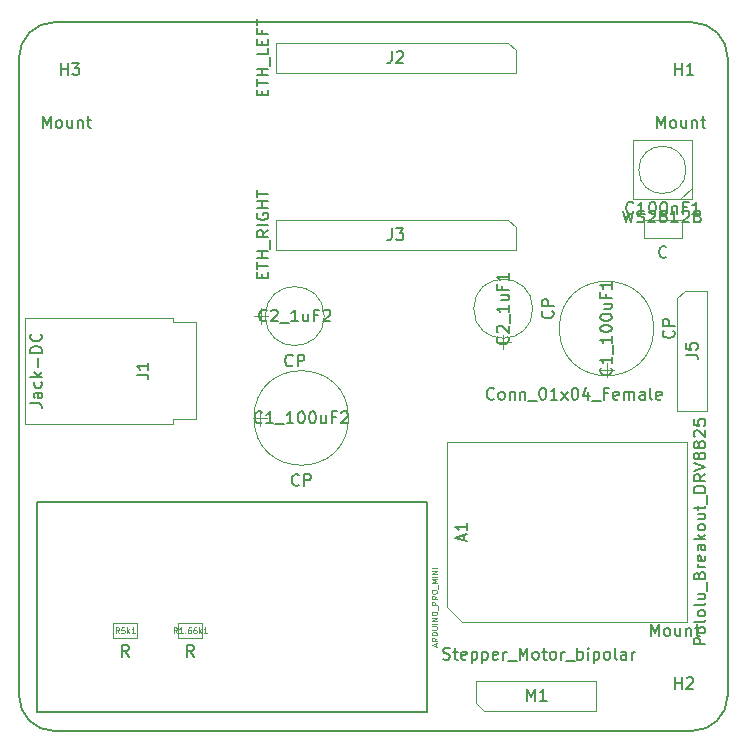
<source format=gbr>
%TF.GenerationSoftware,KiCad,Pcbnew,(5.0.1-3-g963ef8bb5)*%
%TF.CreationDate,2020-02-23T21:28:54+01:00*%
%TF.ProjectId,ethersweep,657468657273776565702E6B69636164,rev?*%
%TF.SameCoordinates,Original*%
%TF.FileFunction,Other,Fab,Top*%
%FSLAX46Y46*%
G04 Gerber Fmt 4.6, Leading zero omitted, Abs format (unit mm)*
G04 Created by KiCad (PCBNEW (5.0.1-3-g963ef8bb5)) date 2020 February 23, Sunday 21:28:54*
%MOMM*%
%LPD*%
G01*
G04 APERTURE LIST*
%ADD10C,0.150000*%
%ADD11C,0.200000*%
%ADD12C,0.100000*%
%ADD13C,0.127000*%
%ADD14C,0.015000*%
%ADD15C,0.075000*%
G04 APERTURE END LIST*
D10*
X84500000Y-72500000D02*
G75*
G02X87500000Y-69500000I3000000J0D01*
G01*
X87500000Y-129500000D02*
G75*
G02X84500000Y-126500000I0J3000000D01*
G01*
X144500000Y-126500000D02*
G75*
G02X141500000Y-129500000I-3000000J0D01*
G01*
X141500000Y-69500000D02*
G75*
G02X144500000Y-72500000I0J-3000000D01*
G01*
D11*
X84500000Y-126500000D02*
X84500000Y-72500000D01*
X141500000Y-129500000D02*
X87500000Y-129500000D01*
X144500000Y-72500000D02*
X144500000Y-126500000D01*
X87500000Y-69500000D02*
X141500000Y-69500000D01*
D12*
X141050000Y-120270000D02*
X122000000Y-120270000D01*
X141050000Y-105030000D02*
X141050000Y-120270000D01*
X120730000Y-105030000D02*
X141050000Y-105030000D01*
X120730000Y-119000000D02*
X120730000Y-105030000D01*
X122000000Y-120270000D02*
X120730000Y-119000000D01*
D13*
X85990000Y-127890000D02*
X119010000Y-127890000D01*
X119010000Y-127890000D02*
X119010000Y-110110000D01*
X119010000Y-110110000D02*
X85990000Y-110110000D01*
X85990000Y-110110000D02*
X85990000Y-127890000D01*
D12*
X137400000Y-86200000D02*
X140600000Y-86200000D01*
X140600000Y-86200000D02*
X140600000Y-87800000D01*
X140600000Y-87800000D02*
X137400000Y-87800000D01*
X137400000Y-87800000D02*
X137400000Y-86200000D01*
X133595001Y-98924999D02*
X134895001Y-98924999D01*
X134245001Y-99524999D02*
X134245001Y-98324999D01*
X138245001Y-95424999D02*
G75*
G03X138245001Y-95424999I-4000000J0D01*
G01*
X112400000Y-103000000D02*
G75*
G03X112400000Y-103000000I-4000000J0D01*
G01*
X104300000Y-103000000D02*
X105500000Y-103000000D01*
X104900000Y-102350000D02*
X104900000Y-103650000D01*
X124850000Y-96600000D02*
X126150000Y-96600000D01*
X125500000Y-97200000D02*
X125500000Y-96000000D01*
X128000000Y-93750000D02*
G75*
G03X128000000Y-93750000I-2500000J0D01*
G01*
X110350001Y-94375001D02*
G75*
G03X110350001Y-94375001I-2500000J0D01*
G01*
X104400001Y-94375001D02*
X105600001Y-94375001D01*
X105000001Y-93725001D02*
X105000001Y-95025001D01*
X140975001Y-81995001D02*
G75*
G03X140975001Y-81995001I-2000000J0D01*
G01*
X141475001Y-79495001D02*
X136475001Y-79495001D01*
X141475001Y-84495001D02*
X141475001Y-79495001D01*
X136475001Y-84495001D02*
X141475001Y-84495001D01*
X136475001Y-79495001D02*
X136475001Y-84495001D01*
X141475001Y-83495001D02*
X140475001Y-84495001D01*
X97500000Y-103100000D02*
X99500000Y-103100000D01*
X97500000Y-103500000D02*
X97500000Y-103100000D01*
X85000000Y-103500000D02*
X97500000Y-103500000D01*
X85000000Y-94500000D02*
X85000000Y-103500000D01*
X97500000Y-94500000D02*
X85000000Y-94500000D01*
X97500000Y-94900000D02*
X97500000Y-94500000D01*
X99500000Y-94900000D02*
X97500000Y-94900000D01*
X99500000Y-103100000D02*
X99500000Y-94900000D01*
X125915000Y-71230000D02*
X126550000Y-71865000D01*
X106230000Y-71230000D02*
X125915000Y-71230000D01*
X106230000Y-73770000D02*
X106230000Y-71230000D01*
X126550000Y-73770000D02*
X106230000Y-73770000D01*
X126550000Y-71865000D02*
X126550000Y-73770000D01*
X126550000Y-86865000D02*
X126550000Y-88770000D01*
X126550000Y-88770000D02*
X106230000Y-88770000D01*
X106230000Y-88770000D02*
X106230000Y-86230000D01*
X106230000Y-86230000D02*
X125915000Y-86230000D01*
X125915000Y-86230000D02*
X126550000Y-86865000D01*
X140865000Y-92230000D02*
X142770000Y-92230000D01*
X142770000Y-92230000D02*
X142770000Y-102390000D01*
X142770000Y-102390000D02*
X140230000Y-102390000D01*
X140230000Y-102390000D02*
X140230000Y-92865000D01*
X140230000Y-92865000D02*
X140865000Y-92230000D01*
X123865000Y-127770000D02*
X123230000Y-127135000D01*
X133390000Y-127770000D02*
X123865000Y-127770000D01*
X133390000Y-125230000D02*
X133390000Y-127770000D01*
X123230000Y-125230000D02*
X133390000Y-125230000D01*
X123230000Y-127135000D02*
X123230000Y-125230000D01*
X98000000Y-121620000D02*
X98000000Y-120380000D01*
X100000000Y-121620000D02*
X98000000Y-121620000D01*
X100000000Y-120380000D02*
X100000000Y-121620000D01*
X98000000Y-120380000D02*
X100000000Y-120380000D01*
X92500000Y-120380000D02*
X94500000Y-120380000D01*
X94500000Y-120380000D02*
X94500000Y-121620000D01*
X94500000Y-121620000D02*
X92500000Y-121620000D01*
X92500000Y-121620000D02*
X92500000Y-120380000D01*
D10*
X142622380Y-122173809D02*
X141622380Y-122173809D01*
X141622380Y-121792857D01*
X141670000Y-121697619D01*
X141717619Y-121650000D01*
X141812857Y-121602380D01*
X141955714Y-121602380D01*
X142050952Y-121650000D01*
X142098571Y-121697619D01*
X142146190Y-121792857D01*
X142146190Y-122173809D01*
X142622380Y-121030952D02*
X142574761Y-121126190D01*
X142527142Y-121173809D01*
X142431904Y-121221428D01*
X142146190Y-121221428D01*
X142050952Y-121173809D01*
X142003333Y-121126190D01*
X141955714Y-121030952D01*
X141955714Y-120888095D01*
X142003333Y-120792857D01*
X142050952Y-120745238D01*
X142146190Y-120697619D01*
X142431904Y-120697619D01*
X142527142Y-120745238D01*
X142574761Y-120792857D01*
X142622380Y-120888095D01*
X142622380Y-121030952D01*
X142622380Y-120126190D02*
X142574761Y-120221428D01*
X142479523Y-120269047D01*
X141622380Y-120269047D01*
X142622380Y-119602380D02*
X142574761Y-119697619D01*
X142527142Y-119745238D01*
X142431904Y-119792857D01*
X142146190Y-119792857D01*
X142050952Y-119745238D01*
X142003333Y-119697619D01*
X141955714Y-119602380D01*
X141955714Y-119459523D01*
X142003333Y-119364285D01*
X142050952Y-119316666D01*
X142146190Y-119269047D01*
X142431904Y-119269047D01*
X142527142Y-119316666D01*
X142574761Y-119364285D01*
X142622380Y-119459523D01*
X142622380Y-119602380D01*
X142622380Y-118697619D02*
X142574761Y-118792857D01*
X142479523Y-118840476D01*
X141622380Y-118840476D01*
X141955714Y-117888095D02*
X142622380Y-117888095D01*
X141955714Y-118316666D02*
X142479523Y-118316666D01*
X142574761Y-118269047D01*
X142622380Y-118173809D01*
X142622380Y-118030952D01*
X142574761Y-117935714D01*
X142527142Y-117888095D01*
X142717619Y-117650000D02*
X142717619Y-116888095D01*
X142098571Y-116316666D02*
X142146190Y-116173809D01*
X142193809Y-116126190D01*
X142289047Y-116078571D01*
X142431904Y-116078571D01*
X142527142Y-116126190D01*
X142574761Y-116173809D01*
X142622380Y-116269047D01*
X142622380Y-116650000D01*
X141622380Y-116650000D01*
X141622380Y-116316666D01*
X141670000Y-116221428D01*
X141717619Y-116173809D01*
X141812857Y-116126190D01*
X141908095Y-116126190D01*
X142003333Y-116173809D01*
X142050952Y-116221428D01*
X142098571Y-116316666D01*
X142098571Y-116650000D01*
X142622380Y-115650000D02*
X141955714Y-115650000D01*
X142146190Y-115650000D02*
X142050952Y-115602380D01*
X142003333Y-115554761D01*
X141955714Y-115459523D01*
X141955714Y-115364285D01*
X142574761Y-114650000D02*
X142622380Y-114745238D01*
X142622380Y-114935714D01*
X142574761Y-115030952D01*
X142479523Y-115078571D01*
X142098571Y-115078571D01*
X142003333Y-115030952D01*
X141955714Y-114935714D01*
X141955714Y-114745238D01*
X142003333Y-114650000D01*
X142098571Y-114602380D01*
X142193809Y-114602380D01*
X142289047Y-115078571D01*
X142622380Y-113745238D02*
X142098571Y-113745238D01*
X142003333Y-113792857D01*
X141955714Y-113888095D01*
X141955714Y-114078571D01*
X142003333Y-114173809D01*
X142574761Y-113745238D02*
X142622380Y-113840476D01*
X142622380Y-114078571D01*
X142574761Y-114173809D01*
X142479523Y-114221428D01*
X142384285Y-114221428D01*
X142289047Y-114173809D01*
X142241428Y-114078571D01*
X142241428Y-113840476D01*
X142193809Y-113745238D01*
X142622380Y-113269047D02*
X141622380Y-113269047D01*
X142241428Y-113173809D02*
X142622380Y-112888095D01*
X141955714Y-112888095D02*
X142336666Y-113269047D01*
X142622380Y-112316666D02*
X142574761Y-112411904D01*
X142527142Y-112459523D01*
X142431904Y-112507142D01*
X142146190Y-112507142D01*
X142050952Y-112459523D01*
X142003333Y-112411904D01*
X141955714Y-112316666D01*
X141955714Y-112173809D01*
X142003333Y-112078571D01*
X142050952Y-112030952D01*
X142146190Y-111983333D01*
X142431904Y-111983333D01*
X142527142Y-112030952D01*
X142574761Y-112078571D01*
X142622380Y-112173809D01*
X142622380Y-112316666D01*
X141955714Y-111126190D02*
X142622380Y-111126190D01*
X141955714Y-111554761D02*
X142479523Y-111554761D01*
X142574761Y-111507142D01*
X142622380Y-111411904D01*
X142622380Y-111269047D01*
X142574761Y-111173809D01*
X142527142Y-111126190D01*
X141955714Y-110792857D02*
X141955714Y-110411904D01*
X141622380Y-110650000D02*
X142479523Y-110650000D01*
X142574761Y-110602380D01*
X142622380Y-110507142D01*
X142622380Y-110411904D01*
X142717619Y-110316666D02*
X142717619Y-109554761D01*
X142622380Y-109316666D02*
X141622380Y-109316666D01*
X141622380Y-109078571D01*
X141670000Y-108935714D01*
X141765238Y-108840476D01*
X141860476Y-108792857D01*
X142050952Y-108745238D01*
X142193809Y-108745238D01*
X142384285Y-108792857D01*
X142479523Y-108840476D01*
X142574761Y-108935714D01*
X142622380Y-109078571D01*
X142622380Y-109316666D01*
X142622380Y-107745238D02*
X142146190Y-108078571D01*
X142622380Y-108316666D02*
X141622380Y-108316666D01*
X141622380Y-107935714D01*
X141670000Y-107840476D01*
X141717619Y-107792857D01*
X141812857Y-107745238D01*
X141955714Y-107745238D01*
X142050952Y-107792857D01*
X142098571Y-107840476D01*
X142146190Y-107935714D01*
X142146190Y-108316666D01*
X141622380Y-107459523D02*
X142622380Y-107126190D01*
X141622380Y-106792857D01*
X142050952Y-106316666D02*
X142003333Y-106411904D01*
X141955714Y-106459523D01*
X141860476Y-106507142D01*
X141812857Y-106507142D01*
X141717619Y-106459523D01*
X141670000Y-106411904D01*
X141622380Y-106316666D01*
X141622380Y-106126190D01*
X141670000Y-106030952D01*
X141717619Y-105983333D01*
X141812857Y-105935714D01*
X141860476Y-105935714D01*
X141955714Y-105983333D01*
X142003333Y-106030952D01*
X142050952Y-106126190D01*
X142050952Y-106316666D01*
X142098571Y-106411904D01*
X142146190Y-106459523D01*
X142241428Y-106507142D01*
X142431904Y-106507142D01*
X142527142Y-106459523D01*
X142574761Y-106411904D01*
X142622380Y-106316666D01*
X142622380Y-106126190D01*
X142574761Y-106030952D01*
X142527142Y-105983333D01*
X142431904Y-105935714D01*
X142241428Y-105935714D01*
X142146190Y-105983333D01*
X142098571Y-106030952D01*
X142050952Y-106126190D01*
X142050952Y-105364285D02*
X142003333Y-105459523D01*
X141955714Y-105507142D01*
X141860476Y-105554761D01*
X141812857Y-105554761D01*
X141717619Y-105507142D01*
X141670000Y-105459523D01*
X141622380Y-105364285D01*
X141622380Y-105173809D01*
X141670000Y-105078571D01*
X141717619Y-105030952D01*
X141812857Y-104983333D01*
X141860476Y-104983333D01*
X141955714Y-105030952D01*
X142003333Y-105078571D01*
X142050952Y-105173809D01*
X142050952Y-105364285D01*
X142098571Y-105459523D01*
X142146190Y-105507142D01*
X142241428Y-105554761D01*
X142431904Y-105554761D01*
X142527142Y-105507142D01*
X142574761Y-105459523D01*
X142622380Y-105364285D01*
X142622380Y-105173809D01*
X142574761Y-105078571D01*
X142527142Y-105030952D01*
X142431904Y-104983333D01*
X142241428Y-104983333D01*
X142146190Y-105030952D01*
X142098571Y-105078571D01*
X142050952Y-105173809D01*
X141717619Y-104602380D02*
X141670000Y-104554761D01*
X141622380Y-104459523D01*
X141622380Y-104221428D01*
X141670000Y-104126190D01*
X141717619Y-104078571D01*
X141812857Y-104030952D01*
X141908095Y-104030952D01*
X142050952Y-104078571D01*
X142622380Y-104650000D01*
X142622380Y-104030952D01*
X141622380Y-103126190D02*
X141622380Y-103602380D01*
X142098571Y-103650000D01*
X142050952Y-103602380D01*
X142003333Y-103507142D01*
X142003333Y-103269047D01*
X142050952Y-103173809D01*
X142098571Y-103126190D01*
X142193809Y-103078571D01*
X142431904Y-103078571D01*
X142527142Y-103126190D01*
X142574761Y-103173809D01*
X142622380Y-103269047D01*
X142622380Y-103507142D01*
X142574761Y-103602380D01*
X142527142Y-103650000D01*
X122166666Y-113364285D02*
X122166666Y-112888095D01*
X122452380Y-113459523D02*
X121452380Y-113126190D01*
X122452380Y-112792857D01*
X122452380Y-111935714D02*
X122452380Y-112507142D01*
X122452380Y-112221428D02*
X121452380Y-112221428D01*
X121595238Y-112316666D01*
X121690476Y-112411904D01*
X121738095Y-112507142D01*
D14*
X119775800Y-122314285D02*
X119775800Y-122085714D01*
X119912942Y-122360000D02*
X119432942Y-122200000D01*
X119912942Y-122040000D01*
X119912942Y-121605714D02*
X119684371Y-121765714D01*
X119912942Y-121880000D02*
X119432942Y-121880000D01*
X119432942Y-121697142D01*
X119455800Y-121651428D01*
X119478657Y-121628571D01*
X119524371Y-121605714D01*
X119592942Y-121605714D01*
X119638657Y-121628571D01*
X119661514Y-121651428D01*
X119684371Y-121697142D01*
X119684371Y-121880000D01*
X119912942Y-121400000D02*
X119432942Y-121400000D01*
X119432942Y-121285714D01*
X119455800Y-121217142D01*
X119501514Y-121171428D01*
X119547228Y-121148571D01*
X119638657Y-121125714D01*
X119707228Y-121125714D01*
X119798657Y-121148571D01*
X119844371Y-121171428D01*
X119890085Y-121217142D01*
X119912942Y-121285714D01*
X119912942Y-121400000D01*
X119432942Y-120920000D02*
X119821514Y-120920000D01*
X119867228Y-120897142D01*
X119890085Y-120874285D01*
X119912942Y-120828571D01*
X119912942Y-120737142D01*
X119890085Y-120691428D01*
X119867228Y-120668571D01*
X119821514Y-120645714D01*
X119432942Y-120645714D01*
X119912942Y-120417142D02*
X119432942Y-120417142D01*
X119912942Y-120188571D02*
X119432942Y-120188571D01*
X119912942Y-119914285D01*
X119432942Y-119914285D01*
X119432942Y-119594285D02*
X119432942Y-119502857D01*
X119455800Y-119457142D01*
X119501514Y-119411428D01*
X119592942Y-119388571D01*
X119752942Y-119388571D01*
X119844371Y-119411428D01*
X119890085Y-119457142D01*
X119912942Y-119502857D01*
X119912942Y-119594285D01*
X119890085Y-119640000D01*
X119844371Y-119685714D01*
X119752942Y-119708571D01*
X119592942Y-119708571D01*
X119501514Y-119685714D01*
X119455800Y-119640000D01*
X119432942Y-119594285D01*
X119958657Y-119297142D02*
X119958657Y-118931428D01*
X119912942Y-118817142D02*
X119432942Y-118817142D01*
X119432942Y-118634285D01*
X119455800Y-118588571D01*
X119478657Y-118565714D01*
X119524371Y-118542857D01*
X119592942Y-118542857D01*
X119638657Y-118565714D01*
X119661514Y-118588571D01*
X119684371Y-118634285D01*
X119684371Y-118817142D01*
X119912942Y-118062857D02*
X119684371Y-118222857D01*
X119912942Y-118337142D02*
X119432942Y-118337142D01*
X119432942Y-118154285D01*
X119455800Y-118108571D01*
X119478657Y-118085714D01*
X119524371Y-118062857D01*
X119592942Y-118062857D01*
X119638657Y-118085714D01*
X119661514Y-118108571D01*
X119684371Y-118154285D01*
X119684371Y-118337142D01*
X119432942Y-117765714D02*
X119432942Y-117674285D01*
X119455800Y-117628571D01*
X119501514Y-117582857D01*
X119592942Y-117560000D01*
X119752942Y-117560000D01*
X119844371Y-117582857D01*
X119890085Y-117628571D01*
X119912942Y-117674285D01*
X119912942Y-117765714D01*
X119890085Y-117811428D01*
X119844371Y-117857142D01*
X119752942Y-117880000D01*
X119592942Y-117880000D01*
X119501514Y-117857142D01*
X119455800Y-117811428D01*
X119432942Y-117765714D01*
X119958657Y-117468571D02*
X119958657Y-117102857D01*
X119912942Y-116988571D02*
X119432942Y-116988571D01*
X119775800Y-116828571D01*
X119432942Y-116668571D01*
X119912942Y-116668571D01*
X119912942Y-116440000D02*
X119432942Y-116440000D01*
X119912942Y-116211428D02*
X119432942Y-116211428D01*
X119912942Y-115937142D01*
X119432942Y-115937142D01*
X119912942Y-115708571D02*
X119432942Y-115708571D01*
D10*
X139309523Y-89357142D02*
X139261904Y-89404761D01*
X139119047Y-89452380D01*
X139023809Y-89452380D01*
X138880952Y-89404761D01*
X138785714Y-89309523D01*
X138738095Y-89214285D01*
X138690476Y-89023809D01*
X138690476Y-88880952D01*
X138738095Y-88690476D01*
X138785714Y-88595238D01*
X138880952Y-88500000D01*
X139023809Y-88452380D01*
X139119047Y-88452380D01*
X139261904Y-88500000D01*
X139309523Y-88547619D01*
X136523809Y-85607142D02*
X136476190Y-85654761D01*
X136333333Y-85702380D01*
X136238095Y-85702380D01*
X136095238Y-85654761D01*
X136000000Y-85559523D01*
X135952380Y-85464285D01*
X135904761Y-85273809D01*
X135904761Y-85130952D01*
X135952380Y-84940476D01*
X136000000Y-84845238D01*
X136095238Y-84750000D01*
X136238095Y-84702380D01*
X136333333Y-84702380D01*
X136476190Y-84750000D01*
X136523809Y-84797619D01*
X137476190Y-85702380D02*
X136904761Y-85702380D01*
X137190476Y-85702380D02*
X137190476Y-84702380D01*
X137095238Y-84845238D01*
X137000000Y-84940476D01*
X136904761Y-84988095D01*
X138095238Y-84702380D02*
X138190476Y-84702380D01*
X138285714Y-84750000D01*
X138333333Y-84797619D01*
X138380952Y-84892857D01*
X138428571Y-85083333D01*
X138428571Y-85321428D01*
X138380952Y-85511904D01*
X138333333Y-85607142D01*
X138285714Y-85654761D01*
X138190476Y-85702380D01*
X138095238Y-85702380D01*
X138000000Y-85654761D01*
X137952380Y-85607142D01*
X137904761Y-85511904D01*
X137857142Y-85321428D01*
X137857142Y-85083333D01*
X137904761Y-84892857D01*
X137952380Y-84797619D01*
X138000000Y-84750000D01*
X138095238Y-84702380D01*
X139047619Y-84702380D02*
X139142857Y-84702380D01*
X139238095Y-84750000D01*
X139285714Y-84797619D01*
X139333333Y-84892857D01*
X139380952Y-85083333D01*
X139380952Y-85321428D01*
X139333333Y-85511904D01*
X139285714Y-85607142D01*
X139238095Y-85654761D01*
X139142857Y-85702380D01*
X139047619Y-85702380D01*
X138952380Y-85654761D01*
X138904761Y-85607142D01*
X138857142Y-85511904D01*
X138809523Y-85321428D01*
X138809523Y-85083333D01*
X138857142Y-84892857D01*
X138904761Y-84797619D01*
X138952380Y-84750000D01*
X139047619Y-84702380D01*
X139809523Y-85035714D02*
X139809523Y-85702380D01*
X139809523Y-85130952D02*
X139857142Y-85083333D01*
X139952380Y-85035714D01*
X140095238Y-85035714D01*
X140190476Y-85083333D01*
X140238095Y-85178571D01*
X140238095Y-85702380D01*
X141047619Y-85178571D02*
X140714285Y-85178571D01*
X140714285Y-85702380D02*
X140714285Y-84702380D01*
X141190476Y-84702380D01*
X142095238Y-85702380D02*
X141523809Y-85702380D01*
X141809523Y-85702380D02*
X141809523Y-84702380D01*
X141714285Y-84845238D01*
X141619047Y-84940476D01*
X141523809Y-84988095D01*
X139912143Y-95615475D02*
X139959762Y-95663094D01*
X140007381Y-95805951D01*
X140007381Y-95901189D01*
X139959762Y-96044046D01*
X139864524Y-96139284D01*
X139769286Y-96186903D01*
X139578810Y-96234522D01*
X139435953Y-96234522D01*
X139245477Y-96186903D01*
X139150239Y-96139284D01*
X139055001Y-96044046D01*
X139007381Y-95901189D01*
X139007381Y-95805951D01*
X139055001Y-95663094D01*
X139102620Y-95615475D01*
X140007381Y-95186903D02*
X139007381Y-95186903D01*
X139007381Y-94805951D01*
X139055001Y-94710713D01*
X139102620Y-94663094D01*
X139197858Y-94615475D01*
X139340715Y-94615475D01*
X139435953Y-94663094D01*
X139483572Y-94710713D01*
X139531191Y-94805951D01*
X139531191Y-95186903D01*
X134602143Y-98758332D02*
X134649762Y-98805951D01*
X134697381Y-98948808D01*
X134697381Y-99044046D01*
X134649762Y-99186903D01*
X134554524Y-99282141D01*
X134459286Y-99329760D01*
X134268810Y-99377379D01*
X134125953Y-99377379D01*
X133935477Y-99329760D01*
X133840239Y-99282141D01*
X133745001Y-99186903D01*
X133697381Y-99044046D01*
X133697381Y-98948808D01*
X133745001Y-98805951D01*
X133792620Y-98758332D01*
X134697381Y-97805951D02*
X134697381Y-98377379D01*
X134697381Y-98091665D02*
X133697381Y-98091665D01*
X133840239Y-98186903D01*
X133935477Y-98282141D01*
X133983096Y-98377379D01*
X134792620Y-97615475D02*
X134792620Y-96853570D01*
X134697381Y-96091665D02*
X134697381Y-96663094D01*
X134697381Y-96377379D02*
X133697381Y-96377379D01*
X133840239Y-96472618D01*
X133935477Y-96567856D01*
X133983096Y-96663094D01*
X133697381Y-95472618D02*
X133697381Y-95377379D01*
X133745001Y-95282141D01*
X133792620Y-95234522D01*
X133887858Y-95186903D01*
X134078334Y-95139284D01*
X134316429Y-95139284D01*
X134506905Y-95186903D01*
X134602143Y-95234522D01*
X134649762Y-95282141D01*
X134697381Y-95377379D01*
X134697381Y-95472618D01*
X134649762Y-95567856D01*
X134602143Y-95615475D01*
X134506905Y-95663094D01*
X134316429Y-95710713D01*
X134078334Y-95710713D01*
X133887858Y-95663094D01*
X133792620Y-95615475D01*
X133745001Y-95567856D01*
X133697381Y-95472618D01*
X133697381Y-94520237D02*
X133697381Y-94424999D01*
X133745001Y-94329760D01*
X133792620Y-94282141D01*
X133887858Y-94234522D01*
X134078334Y-94186903D01*
X134316429Y-94186903D01*
X134506905Y-94234522D01*
X134602143Y-94282141D01*
X134649762Y-94329760D01*
X134697381Y-94424999D01*
X134697381Y-94520237D01*
X134649762Y-94615475D01*
X134602143Y-94663094D01*
X134506905Y-94710713D01*
X134316429Y-94758332D01*
X134078334Y-94758332D01*
X133887858Y-94710713D01*
X133792620Y-94663094D01*
X133745001Y-94615475D01*
X133697381Y-94520237D01*
X134030715Y-93329760D02*
X134697381Y-93329760D01*
X134030715Y-93758332D02*
X134554524Y-93758332D01*
X134649762Y-93710713D01*
X134697381Y-93615475D01*
X134697381Y-93472618D01*
X134649762Y-93377379D01*
X134602143Y-93329760D01*
X134173572Y-92520237D02*
X134173572Y-92853570D01*
X134697381Y-92853570D02*
X133697381Y-92853570D01*
X133697381Y-92377379D01*
X134697381Y-91472618D02*
X134697381Y-92044046D01*
X134697381Y-91758332D02*
X133697381Y-91758332D01*
X133840239Y-91853570D01*
X133935477Y-91948808D01*
X133983096Y-92044046D01*
X108209523Y-108667142D02*
X108161904Y-108714761D01*
X108019047Y-108762380D01*
X107923809Y-108762380D01*
X107780952Y-108714761D01*
X107685714Y-108619523D01*
X107638095Y-108524285D01*
X107590476Y-108333809D01*
X107590476Y-108190952D01*
X107638095Y-108000476D01*
X107685714Y-107905238D01*
X107780952Y-107810000D01*
X107923809Y-107762380D01*
X108019047Y-107762380D01*
X108161904Y-107810000D01*
X108209523Y-107857619D01*
X108638095Y-108762380D02*
X108638095Y-107762380D01*
X109019047Y-107762380D01*
X109114285Y-107810000D01*
X109161904Y-107857619D01*
X109209523Y-107952857D01*
X109209523Y-108095714D01*
X109161904Y-108190952D01*
X109114285Y-108238571D01*
X109019047Y-108286190D01*
X108638095Y-108286190D01*
X105066666Y-103357142D02*
X105019047Y-103404761D01*
X104876190Y-103452380D01*
X104780952Y-103452380D01*
X104638095Y-103404761D01*
X104542857Y-103309523D01*
X104495238Y-103214285D01*
X104447619Y-103023809D01*
X104447619Y-102880952D01*
X104495238Y-102690476D01*
X104542857Y-102595238D01*
X104638095Y-102500000D01*
X104780952Y-102452380D01*
X104876190Y-102452380D01*
X105019047Y-102500000D01*
X105066666Y-102547619D01*
X106019047Y-103452380D02*
X105447619Y-103452380D01*
X105733333Y-103452380D02*
X105733333Y-102452380D01*
X105638095Y-102595238D01*
X105542857Y-102690476D01*
X105447619Y-102738095D01*
X106209523Y-103547619D02*
X106971428Y-103547619D01*
X107733333Y-103452380D02*
X107161904Y-103452380D01*
X107447619Y-103452380D02*
X107447619Y-102452380D01*
X107352380Y-102595238D01*
X107257142Y-102690476D01*
X107161904Y-102738095D01*
X108352380Y-102452380D02*
X108447619Y-102452380D01*
X108542857Y-102500000D01*
X108590476Y-102547619D01*
X108638095Y-102642857D01*
X108685714Y-102833333D01*
X108685714Y-103071428D01*
X108638095Y-103261904D01*
X108590476Y-103357142D01*
X108542857Y-103404761D01*
X108447619Y-103452380D01*
X108352380Y-103452380D01*
X108257142Y-103404761D01*
X108209523Y-103357142D01*
X108161904Y-103261904D01*
X108114285Y-103071428D01*
X108114285Y-102833333D01*
X108161904Y-102642857D01*
X108209523Y-102547619D01*
X108257142Y-102500000D01*
X108352380Y-102452380D01*
X109304761Y-102452380D02*
X109400000Y-102452380D01*
X109495238Y-102500000D01*
X109542857Y-102547619D01*
X109590476Y-102642857D01*
X109638095Y-102833333D01*
X109638095Y-103071428D01*
X109590476Y-103261904D01*
X109542857Y-103357142D01*
X109495238Y-103404761D01*
X109400000Y-103452380D01*
X109304761Y-103452380D01*
X109209523Y-103404761D01*
X109161904Y-103357142D01*
X109114285Y-103261904D01*
X109066666Y-103071428D01*
X109066666Y-102833333D01*
X109114285Y-102642857D01*
X109161904Y-102547619D01*
X109209523Y-102500000D01*
X109304761Y-102452380D01*
X110495238Y-102785714D02*
X110495238Y-103452380D01*
X110066666Y-102785714D02*
X110066666Y-103309523D01*
X110114285Y-103404761D01*
X110209523Y-103452380D01*
X110352380Y-103452380D01*
X110447619Y-103404761D01*
X110495238Y-103357142D01*
X111304761Y-102928571D02*
X110971428Y-102928571D01*
X110971428Y-103452380D02*
X110971428Y-102452380D01*
X111447619Y-102452380D01*
X111780952Y-102547619D02*
X111828571Y-102500000D01*
X111923809Y-102452380D01*
X112161904Y-102452380D01*
X112257142Y-102500000D01*
X112304761Y-102547619D01*
X112352380Y-102642857D01*
X112352380Y-102738095D01*
X112304761Y-102880952D01*
X111733333Y-103452380D01*
X112352380Y-103452380D01*
X129667142Y-93940476D02*
X129714761Y-93988095D01*
X129762380Y-94130952D01*
X129762380Y-94226190D01*
X129714761Y-94369047D01*
X129619523Y-94464285D01*
X129524285Y-94511904D01*
X129333809Y-94559523D01*
X129190952Y-94559523D01*
X129000476Y-94511904D01*
X128905238Y-94464285D01*
X128810000Y-94369047D01*
X128762380Y-94226190D01*
X128762380Y-94130952D01*
X128810000Y-93988095D01*
X128857619Y-93940476D01*
X129762380Y-93511904D02*
X128762380Y-93511904D01*
X128762380Y-93130952D01*
X128810000Y-93035714D01*
X128857619Y-92988095D01*
X128952857Y-92940476D01*
X129095714Y-92940476D01*
X129190952Y-92988095D01*
X129238571Y-93035714D01*
X129286190Y-93130952D01*
X129286190Y-93511904D01*
X125857142Y-96130952D02*
X125904761Y-96178571D01*
X125952380Y-96321428D01*
X125952380Y-96416666D01*
X125904761Y-96559523D01*
X125809523Y-96654761D01*
X125714285Y-96702380D01*
X125523809Y-96750000D01*
X125380952Y-96750000D01*
X125190476Y-96702380D01*
X125095238Y-96654761D01*
X125000000Y-96559523D01*
X124952380Y-96416666D01*
X124952380Y-96321428D01*
X125000000Y-96178571D01*
X125047619Y-96130952D01*
X125047619Y-95750000D02*
X125000000Y-95702380D01*
X124952380Y-95607142D01*
X124952380Y-95369047D01*
X125000000Y-95273809D01*
X125047619Y-95226190D01*
X125142857Y-95178571D01*
X125238095Y-95178571D01*
X125380952Y-95226190D01*
X125952380Y-95797619D01*
X125952380Y-95178571D01*
X126047619Y-94988095D02*
X126047619Y-94226190D01*
X125952380Y-93464285D02*
X125952380Y-94035714D01*
X125952380Y-93750000D02*
X124952380Y-93750000D01*
X125095238Y-93845238D01*
X125190476Y-93940476D01*
X125238095Y-94035714D01*
X125285714Y-92607142D02*
X125952380Y-92607142D01*
X125285714Y-93035714D02*
X125809523Y-93035714D01*
X125904761Y-92988095D01*
X125952380Y-92892857D01*
X125952380Y-92750000D01*
X125904761Y-92654761D01*
X125857142Y-92607142D01*
X125428571Y-91797619D02*
X125428571Y-92130952D01*
X125952380Y-92130952D02*
X124952380Y-92130952D01*
X124952380Y-91654761D01*
X125952380Y-90750000D02*
X125952380Y-91321428D01*
X125952380Y-91035714D02*
X124952380Y-91035714D01*
X125095238Y-91130952D01*
X125190476Y-91226190D01*
X125238095Y-91321428D01*
X107659524Y-98542143D02*
X107611905Y-98589762D01*
X107469048Y-98637381D01*
X107373810Y-98637381D01*
X107230953Y-98589762D01*
X107135715Y-98494524D01*
X107088096Y-98399286D01*
X107040477Y-98208810D01*
X107040477Y-98065953D01*
X107088096Y-97875477D01*
X107135715Y-97780239D01*
X107230953Y-97685001D01*
X107373810Y-97637381D01*
X107469048Y-97637381D01*
X107611905Y-97685001D01*
X107659524Y-97732620D01*
X108088096Y-98637381D02*
X108088096Y-97637381D01*
X108469048Y-97637381D01*
X108564286Y-97685001D01*
X108611905Y-97732620D01*
X108659524Y-97827858D01*
X108659524Y-97970715D01*
X108611905Y-98065953D01*
X108564286Y-98113572D01*
X108469048Y-98161191D01*
X108088096Y-98161191D01*
X105469048Y-94732143D02*
X105421429Y-94779762D01*
X105278572Y-94827381D01*
X105183334Y-94827381D01*
X105040477Y-94779762D01*
X104945239Y-94684524D01*
X104897620Y-94589286D01*
X104850001Y-94398810D01*
X104850001Y-94255953D01*
X104897620Y-94065477D01*
X104945239Y-93970239D01*
X105040477Y-93875001D01*
X105183334Y-93827381D01*
X105278572Y-93827381D01*
X105421429Y-93875001D01*
X105469048Y-93922620D01*
X105850001Y-93922620D02*
X105897620Y-93875001D01*
X105992858Y-93827381D01*
X106230953Y-93827381D01*
X106326191Y-93875001D01*
X106373810Y-93922620D01*
X106421429Y-94017858D01*
X106421429Y-94113096D01*
X106373810Y-94255953D01*
X105802381Y-94827381D01*
X106421429Y-94827381D01*
X106611905Y-94922620D02*
X107373810Y-94922620D01*
X108135715Y-94827381D02*
X107564286Y-94827381D01*
X107850001Y-94827381D02*
X107850001Y-93827381D01*
X107754762Y-93970239D01*
X107659524Y-94065477D01*
X107564286Y-94113096D01*
X108992858Y-94160715D02*
X108992858Y-94827381D01*
X108564286Y-94160715D02*
X108564286Y-94684524D01*
X108611905Y-94779762D01*
X108707143Y-94827381D01*
X108850001Y-94827381D01*
X108945239Y-94779762D01*
X108992858Y-94732143D01*
X109802381Y-94303572D02*
X109469048Y-94303572D01*
X109469048Y-94827381D02*
X109469048Y-93827381D01*
X109945239Y-93827381D01*
X110278572Y-93922620D02*
X110326191Y-93875001D01*
X110421429Y-93827381D01*
X110659524Y-93827381D01*
X110754762Y-93875001D01*
X110802381Y-93922620D01*
X110850001Y-94017858D01*
X110850001Y-94113096D01*
X110802381Y-94255953D01*
X110230953Y-94827381D01*
X110850001Y-94827381D01*
X135665477Y-85447381D02*
X135903572Y-86447381D01*
X136094048Y-85733096D01*
X136284524Y-86447381D01*
X136522620Y-85447381D01*
X136855953Y-86399762D02*
X136998810Y-86447381D01*
X137236905Y-86447381D01*
X137332143Y-86399762D01*
X137379762Y-86352143D01*
X137427381Y-86256905D01*
X137427381Y-86161667D01*
X137379762Y-86066429D01*
X137332143Y-86018810D01*
X137236905Y-85971191D01*
X137046429Y-85923572D01*
X136951191Y-85875953D01*
X136903572Y-85828334D01*
X136855953Y-85733096D01*
X136855953Y-85637858D01*
X136903572Y-85542620D01*
X136951191Y-85495001D01*
X137046429Y-85447381D01*
X137284524Y-85447381D01*
X137427381Y-85495001D01*
X137808334Y-85542620D02*
X137855953Y-85495001D01*
X137951191Y-85447381D01*
X138189286Y-85447381D01*
X138284524Y-85495001D01*
X138332143Y-85542620D01*
X138379762Y-85637858D01*
X138379762Y-85733096D01*
X138332143Y-85875953D01*
X137760715Y-86447381D01*
X138379762Y-86447381D01*
X138951191Y-85875953D02*
X138855953Y-85828334D01*
X138808334Y-85780715D01*
X138760715Y-85685477D01*
X138760715Y-85637858D01*
X138808334Y-85542620D01*
X138855953Y-85495001D01*
X138951191Y-85447381D01*
X139141667Y-85447381D01*
X139236905Y-85495001D01*
X139284524Y-85542620D01*
X139332143Y-85637858D01*
X139332143Y-85685477D01*
X139284524Y-85780715D01*
X139236905Y-85828334D01*
X139141667Y-85875953D01*
X138951191Y-85875953D01*
X138855953Y-85923572D01*
X138808334Y-85971191D01*
X138760715Y-86066429D01*
X138760715Y-86256905D01*
X138808334Y-86352143D01*
X138855953Y-86399762D01*
X138951191Y-86447381D01*
X139141667Y-86447381D01*
X139236905Y-86399762D01*
X139284524Y-86352143D01*
X139332143Y-86256905D01*
X139332143Y-86066429D01*
X139284524Y-85971191D01*
X139236905Y-85923572D01*
X139141667Y-85875953D01*
X140284524Y-86447381D02*
X139713096Y-86447381D01*
X139998810Y-86447381D02*
X139998810Y-85447381D01*
X139903572Y-85590239D01*
X139808334Y-85685477D01*
X139713096Y-85733096D01*
X140665477Y-85542620D02*
X140713096Y-85495001D01*
X140808334Y-85447381D01*
X141046429Y-85447381D01*
X141141667Y-85495001D01*
X141189286Y-85542620D01*
X141236905Y-85637858D01*
X141236905Y-85733096D01*
X141189286Y-85875953D01*
X140617858Y-86447381D01*
X141236905Y-86447381D01*
X141998810Y-85923572D02*
X142141667Y-85971191D01*
X142189286Y-86018810D01*
X142236905Y-86114048D01*
X142236905Y-86256905D01*
X142189286Y-86352143D01*
X142141667Y-86399762D01*
X142046429Y-86447381D01*
X141665477Y-86447381D01*
X141665477Y-85447381D01*
X141998810Y-85447381D01*
X142094048Y-85495001D01*
X142141667Y-85542620D01*
X142189286Y-85637858D01*
X142189286Y-85733096D01*
X142141667Y-85828334D01*
X142094048Y-85875953D01*
X141998810Y-85923572D01*
X141665477Y-85923572D01*
X138523809Y-78452380D02*
X138523809Y-77452380D01*
X138857142Y-78166666D01*
X139190476Y-77452380D01*
X139190476Y-78452380D01*
X139809523Y-78452380D02*
X139714285Y-78404761D01*
X139666666Y-78357142D01*
X139619047Y-78261904D01*
X139619047Y-77976190D01*
X139666666Y-77880952D01*
X139714285Y-77833333D01*
X139809523Y-77785714D01*
X139952380Y-77785714D01*
X140047619Y-77833333D01*
X140095238Y-77880952D01*
X140142857Y-77976190D01*
X140142857Y-78261904D01*
X140095238Y-78357142D01*
X140047619Y-78404761D01*
X139952380Y-78452380D01*
X139809523Y-78452380D01*
X141000000Y-77785714D02*
X141000000Y-78452380D01*
X140571428Y-77785714D02*
X140571428Y-78309523D01*
X140619047Y-78404761D01*
X140714285Y-78452380D01*
X140857142Y-78452380D01*
X140952380Y-78404761D01*
X141000000Y-78357142D01*
X141476190Y-77785714D02*
X141476190Y-78452380D01*
X141476190Y-77880952D02*
X141523809Y-77833333D01*
X141619047Y-77785714D01*
X141761904Y-77785714D01*
X141857142Y-77833333D01*
X141904761Y-77928571D01*
X141904761Y-78452380D01*
X142238095Y-77785714D02*
X142619047Y-77785714D01*
X142380952Y-77452380D02*
X142380952Y-78309523D01*
X142428571Y-78404761D01*
X142523809Y-78452380D01*
X142619047Y-78452380D01*
X140038095Y-73952380D02*
X140038095Y-72952380D01*
X140038095Y-73428571D02*
X140609523Y-73428571D01*
X140609523Y-73952380D02*
X140609523Y-72952380D01*
X141609523Y-73952380D02*
X141038095Y-73952380D01*
X141323809Y-73952380D02*
X141323809Y-72952380D01*
X141228571Y-73095238D01*
X141133333Y-73190476D01*
X141038095Y-73238095D01*
X138023809Y-121452380D02*
X138023809Y-120452380D01*
X138357142Y-121166666D01*
X138690476Y-120452380D01*
X138690476Y-121452380D01*
X139309523Y-121452380D02*
X139214285Y-121404761D01*
X139166666Y-121357142D01*
X139119047Y-121261904D01*
X139119047Y-120976190D01*
X139166666Y-120880952D01*
X139214285Y-120833333D01*
X139309523Y-120785714D01*
X139452380Y-120785714D01*
X139547619Y-120833333D01*
X139595238Y-120880952D01*
X139642857Y-120976190D01*
X139642857Y-121261904D01*
X139595238Y-121357142D01*
X139547619Y-121404761D01*
X139452380Y-121452380D01*
X139309523Y-121452380D01*
X140500000Y-120785714D02*
X140500000Y-121452380D01*
X140071428Y-120785714D02*
X140071428Y-121309523D01*
X140119047Y-121404761D01*
X140214285Y-121452380D01*
X140357142Y-121452380D01*
X140452380Y-121404761D01*
X140500000Y-121357142D01*
X140976190Y-120785714D02*
X140976190Y-121452380D01*
X140976190Y-120880952D02*
X141023809Y-120833333D01*
X141119047Y-120785714D01*
X141261904Y-120785714D01*
X141357142Y-120833333D01*
X141404761Y-120928571D01*
X141404761Y-121452380D01*
X141738095Y-120785714D02*
X142119047Y-120785714D01*
X141880952Y-120452380D02*
X141880952Y-121309523D01*
X141928571Y-121404761D01*
X142023809Y-121452380D01*
X142119047Y-121452380D01*
X140038095Y-125952380D02*
X140038095Y-124952380D01*
X140038095Y-125428571D02*
X140609523Y-125428571D01*
X140609523Y-125952380D02*
X140609523Y-124952380D01*
X141038095Y-125047619D02*
X141085714Y-125000000D01*
X141180952Y-124952380D01*
X141419047Y-124952380D01*
X141514285Y-125000000D01*
X141561904Y-125047619D01*
X141609523Y-125142857D01*
X141609523Y-125238095D01*
X141561904Y-125380952D01*
X140990476Y-125952380D01*
X141609523Y-125952380D01*
X86523809Y-78452380D02*
X86523809Y-77452380D01*
X86857142Y-78166666D01*
X87190476Y-77452380D01*
X87190476Y-78452380D01*
X87809523Y-78452380D02*
X87714285Y-78404761D01*
X87666666Y-78357142D01*
X87619047Y-78261904D01*
X87619047Y-77976190D01*
X87666666Y-77880952D01*
X87714285Y-77833333D01*
X87809523Y-77785714D01*
X87952380Y-77785714D01*
X88047619Y-77833333D01*
X88095238Y-77880952D01*
X88142857Y-77976190D01*
X88142857Y-78261904D01*
X88095238Y-78357142D01*
X88047619Y-78404761D01*
X87952380Y-78452380D01*
X87809523Y-78452380D01*
X89000000Y-77785714D02*
X89000000Y-78452380D01*
X88571428Y-77785714D02*
X88571428Y-78309523D01*
X88619047Y-78404761D01*
X88714285Y-78452380D01*
X88857142Y-78452380D01*
X88952380Y-78404761D01*
X89000000Y-78357142D01*
X89476190Y-77785714D02*
X89476190Y-78452380D01*
X89476190Y-77880952D02*
X89523809Y-77833333D01*
X89619047Y-77785714D01*
X89761904Y-77785714D01*
X89857142Y-77833333D01*
X89904761Y-77928571D01*
X89904761Y-78452380D01*
X90238095Y-77785714D02*
X90619047Y-77785714D01*
X90380952Y-77452380D02*
X90380952Y-78309523D01*
X90428571Y-78404761D01*
X90523809Y-78452380D01*
X90619047Y-78452380D01*
X88038095Y-73952380D02*
X88038095Y-72952380D01*
X88038095Y-73428571D02*
X88609523Y-73428571D01*
X88609523Y-73952380D02*
X88609523Y-72952380D01*
X88990476Y-72952380D02*
X89609523Y-72952380D01*
X89276190Y-73333333D01*
X89419047Y-73333333D01*
X89514285Y-73380952D01*
X89561904Y-73428571D01*
X89609523Y-73523809D01*
X89609523Y-73761904D01*
X89561904Y-73857142D01*
X89514285Y-73904761D01*
X89419047Y-73952380D01*
X89133333Y-73952380D01*
X89038095Y-73904761D01*
X88990476Y-73857142D01*
X85452380Y-101761904D02*
X86166666Y-101761904D01*
X86309523Y-101809523D01*
X86404761Y-101904761D01*
X86452380Y-102047619D01*
X86452380Y-102142857D01*
X86452380Y-100857142D02*
X85928571Y-100857142D01*
X85833333Y-100904761D01*
X85785714Y-101000000D01*
X85785714Y-101190476D01*
X85833333Y-101285714D01*
X86404761Y-100857142D02*
X86452380Y-100952380D01*
X86452380Y-101190476D01*
X86404761Y-101285714D01*
X86309523Y-101333333D01*
X86214285Y-101333333D01*
X86119047Y-101285714D01*
X86071428Y-101190476D01*
X86071428Y-100952380D01*
X86023809Y-100857142D01*
X86404761Y-99952380D02*
X86452380Y-100047619D01*
X86452380Y-100238095D01*
X86404761Y-100333333D01*
X86357142Y-100380952D01*
X86261904Y-100428571D01*
X85976190Y-100428571D01*
X85880952Y-100380952D01*
X85833333Y-100333333D01*
X85785714Y-100238095D01*
X85785714Y-100047619D01*
X85833333Y-99952380D01*
X86452380Y-99523809D02*
X85452380Y-99523809D01*
X86071428Y-99428571D02*
X86452380Y-99142857D01*
X85785714Y-99142857D02*
X86166666Y-99523809D01*
X86071428Y-98714285D02*
X86071428Y-97952380D01*
X86452380Y-97476190D02*
X85452380Y-97476190D01*
X85452380Y-97238095D01*
X85500000Y-97095238D01*
X85595238Y-97000000D01*
X85690476Y-96952380D01*
X85880952Y-96904761D01*
X86023809Y-96904761D01*
X86214285Y-96952380D01*
X86309523Y-97000000D01*
X86404761Y-97095238D01*
X86452380Y-97238095D01*
X86452380Y-97476190D01*
X86357142Y-95904761D02*
X86404761Y-95952380D01*
X86452380Y-96095238D01*
X86452380Y-96190476D01*
X86404761Y-96333333D01*
X86309523Y-96428571D01*
X86214285Y-96476190D01*
X86023809Y-96523809D01*
X85880952Y-96523809D01*
X85690476Y-96476190D01*
X85595238Y-96428571D01*
X85500000Y-96333333D01*
X85452380Y-96190476D01*
X85452380Y-96095238D01*
X85500000Y-95952380D01*
X85547619Y-95904761D01*
X94452380Y-99333333D02*
X95166666Y-99333333D01*
X95309523Y-99380952D01*
X95404761Y-99476190D01*
X95452380Y-99619047D01*
X95452380Y-99714285D01*
X95452380Y-98333333D02*
X95452380Y-98904761D01*
X95452380Y-98619047D02*
X94452380Y-98619047D01*
X94595238Y-98714285D01*
X94690476Y-98809523D01*
X94738095Y-98904761D01*
X105098571Y-75666666D02*
X105098571Y-75333333D01*
X105622380Y-75190476D02*
X105622380Y-75666666D01*
X104622380Y-75666666D01*
X104622380Y-75190476D01*
X104622380Y-74904761D02*
X104622380Y-74333333D01*
X105622380Y-74619047D02*
X104622380Y-74619047D01*
X105622380Y-74000000D02*
X104622380Y-74000000D01*
X105098571Y-74000000D02*
X105098571Y-73428571D01*
X105622380Y-73428571D02*
X104622380Y-73428571D01*
X105717619Y-73190476D02*
X105717619Y-72428571D01*
X105622380Y-71714285D02*
X105622380Y-72190476D01*
X104622380Y-72190476D01*
X105098571Y-71380952D02*
X105098571Y-71047619D01*
X105622380Y-70904761D02*
X105622380Y-71380952D01*
X104622380Y-71380952D01*
X104622380Y-70904761D01*
X105098571Y-70142857D02*
X105098571Y-70476190D01*
X105622380Y-70476190D02*
X104622380Y-70476190D01*
X104622380Y-70000000D01*
X104622380Y-69761904D02*
X104622380Y-69190476D01*
X105622380Y-69476190D02*
X104622380Y-69476190D01*
X116056666Y-71952380D02*
X116056666Y-72666666D01*
X116009047Y-72809523D01*
X115913809Y-72904761D01*
X115770952Y-72952380D01*
X115675714Y-72952380D01*
X116485238Y-72047619D02*
X116532857Y-72000000D01*
X116628095Y-71952380D01*
X116866190Y-71952380D01*
X116961428Y-72000000D01*
X117009047Y-72047619D01*
X117056666Y-72142857D01*
X117056666Y-72238095D01*
X117009047Y-72380952D01*
X116437619Y-72952380D01*
X117056666Y-72952380D01*
X105098571Y-91142857D02*
X105098571Y-90809523D01*
X105622380Y-90666666D02*
X105622380Y-91142857D01*
X104622380Y-91142857D01*
X104622380Y-90666666D01*
X104622380Y-90380952D02*
X104622380Y-89809523D01*
X105622380Y-90095238D02*
X104622380Y-90095238D01*
X105622380Y-89476190D02*
X104622380Y-89476190D01*
X105098571Y-89476190D02*
X105098571Y-88904761D01*
X105622380Y-88904761D02*
X104622380Y-88904761D01*
X105717619Y-88666666D02*
X105717619Y-87904761D01*
X105622380Y-87095238D02*
X105146190Y-87428571D01*
X105622380Y-87666666D02*
X104622380Y-87666666D01*
X104622380Y-87285714D01*
X104670000Y-87190476D01*
X104717619Y-87142857D01*
X104812857Y-87095238D01*
X104955714Y-87095238D01*
X105050952Y-87142857D01*
X105098571Y-87190476D01*
X105146190Y-87285714D01*
X105146190Y-87666666D01*
X105622380Y-86666666D02*
X104622380Y-86666666D01*
X104670000Y-85666666D02*
X104622380Y-85761904D01*
X104622380Y-85904761D01*
X104670000Y-86047619D01*
X104765238Y-86142857D01*
X104860476Y-86190476D01*
X105050952Y-86238095D01*
X105193809Y-86238095D01*
X105384285Y-86190476D01*
X105479523Y-86142857D01*
X105574761Y-86047619D01*
X105622380Y-85904761D01*
X105622380Y-85809523D01*
X105574761Y-85666666D01*
X105527142Y-85619047D01*
X105193809Y-85619047D01*
X105193809Y-85809523D01*
X105622380Y-85190476D02*
X104622380Y-85190476D01*
X105098571Y-85190476D02*
X105098571Y-84619047D01*
X105622380Y-84619047D02*
X104622380Y-84619047D01*
X104622380Y-84285714D02*
X104622380Y-83714285D01*
X105622380Y-84000000D02*
X104622380Y-84000000D01*
X116056666Y-86952380D02*
X116056666Y-87666666D01*
X116009047Y-87809523D01*
X115913809Y-87904761D01*
X115770952Y-87952380D01*
X115675714Y-87952380D01*
X116437619Y-86952380D02*
X117056666Y-86952380D01*
X116723333Y-87333333D01*
X116866190Y-87333333D01*
X116961428Y-87380952D01*
X117009047Y-87428571D01*
X117056666Y-87523809D01*
X117056666Y-87761904D01*
X117009047Y-87857142D01*
X116961428Y-87904761D01*
X116866190Y-87952380D01*
X116580476Y-87952380D01*
X116485238Y-87904761D01*
X116437619Y-87857142D01*
X124714285Y-101357142D02*
X124666666Y-101404761D01*
X124523809Y-101452380D01*
X124428571Y-101452380D01*
X124285714Y-101404761D01*
X124190476Y-101309523D01*
X124142857Y-101214285D01*
X124095238Y-101023809D01*
X124095238Y-100880952D01*
X124142857Y-100690476D01*
X124190476Y-100595238D01*
X124285714Y-100500000D01*
X124428571Y-100452380D01*
X124523809Y-100452380D01*
X124666666Y-100500000D01*
X124714285Y-100547619D01*
X125285714Y-101452380D02*
X125190476Y-101404761D01*
X125142857Y-101357142D01*
X125095238Y-101261904D01*
X125095238Y-100976190D01*
X125142857Y-100880952D01*
X125190476Y-100833333D01*
X125285714Y-100785714D01*
X125428571Y-100785714D01*
X125523809Y-100833333D01*
X125571428Y-100880952D01*
X125619047Y-100976190D01*
X125619047Y-101261904D01*
X125571428Y-101357142D01*
X125523809Y-101404761D01*
X125428571Y-101452380D01*
X125285714Y-101452380D01*
X126047619Y-100785714D02*
X126047619Y-101452380D01*
X126047619Y-100880952D02*
X126095238Y-100833333D01*
X126190476Y-100785714D01*
X126333333Y-100785714D01*
X126428571Y-100833333D01*
X126476190Y-100928571D01*
X126476190Y-101452380D01*
X126952380Y-100785714D02*
X126952380Y-101452380D01*
X126952380Y-100880952D02*
X127000000Y-100833333D01*
X127095238Y-100785714D01*
X127238095Y-100785714D01*
X127333333Y-100833333D01*
X127380952Y-100928571D01*
X127380952Y-101452380D01*
X127619047Y-101547619D02*
X128380952Y-101547619D01*
X128809523Y-100452380D02*
X128904761Y-100452380D01*
X129000000Y-100500000D01*
X129047619Y-100547619D01*
X129095238Y-100642857D01*
X129142857Y-100833333D01*
X129142857Y-101071428D01*
X129095238Y-101261904D01*
X129047619Y-101357142D01*
X129000000Y-101404761D01*
X128904761Y-101452380D01*
X128809523Y-101452380D01*
X128714285Y-101404761D01*
X128666666Y-101357142D01*
X128619047Y-101261904D01*
X128571428Y-101071428D01*
X128571428Y-100833333D01*
X128619047Y-100642857D01*
X128666666Y-100547619D01*
X128714285Y-100500000D01*
X128809523Y-100452380D01*
X130095238Y-101452380D02*
X129523809Y-101452380D01*
X129809523Y-101452380D02*
X129809523Y-100452380D01*
X129714285Y-100595238D01*
X129619047Y-100690476D01*
X129523809Y-100738095D01*
X130428571Y-101452380D02*
X130952380Y-100785714D01*
X130428571Y-100785714D02*
X130952380Y-101452380D01*
X131523809Y-100452380D02*
X131619047Y-100452380D01*
X131714285Y-100500000D01*
X131761904Y-100547619D01*
X131809523Y-100642857D01*
X131857142Y-100833333D01*
X131857142Y-101071428D01*
X131809523Y-101261904D01*
X131761904Y-101357142D01*
X131714285Y-101404761D01*
X131619047Y-101452380D01*
X131523809Y-101452380D01*
X131428571Y-101404761D01*
X131380952Y-101357142D01*
X131333333Y-101261904D01*
X131285714Y-101071428D01*
X131285714Y-100833333D01*
X131333333Y-100642857D01*
X131380952Y-100547619D01*
X131428571Y-100500000D01*
X131523809Y-100452380D01*
X132714285Y-100785714D02*
X132714285Y-101452380D01*
X132476190Y-100404761D02*
X132238095Y-101119047D01*
X132857142Y-101119047D01*
X133000000Y-101547619D02*
X133761904Y-101547619D01*
X134333333Y-100928571D02*
X134000000Y-100928571D01*
X134000000Y-101452380D02*
X134000000Y-100452380D01*
X134476190Y-100452380D01*
X135238095Y-101404761D02*
X135142857Y-101452380D01*
X134952380Y-101452380D01*
X134857142Y-101404761D01*
X134809523Y-101309523D01*
X134809523Y-100928571D01*
X134857142Y-100833333D01*
X134952380Y-100785714D01*
X135142857Y-100785714D01*
X135238095Y-100833333D01*
X135285714Y-100928571D01*
X135285714Y-101023809D01*
X134809523Y-101119047D01*
X135714285Y-101452380D02*
X135714285Y-100785714D01*
X135714285Y-100880952D02*
X135761904Y-100833333D01*
X135857142Y-100785714D01*
X136000000Y-100785714D01*
X136095238Y-100833333D01*
X136142857Y-100928571D01*
X136142857Y-101452380D01*
X136142857Y-100928571D02*
X136190476Y-100833333D01*
X136285714Y-100785714D01*
X136428571Y-100785714D01*
X136523809Y-100833333D01*
X136571428Y-100928571D01*
X136571428Y-101452380D01*
X137476190Y-101452380D02*
X137476190Y-100928571D01*
X137428571Y-100833333D01*
X137333333Y-100785714D01*
X137142857Y-100785714D01*
X137047619Y-100833333D01*
X137476190Y-101404761D02*
X137380952Y-101452380D01*
X137142857Y-101452380D01*
X137047619Y-101404761D01*
X137000000Y-101309523D01*
X137000000Y-101214285D01*
X137047619Y-101119047D01*
X137142857Y-101071428D01*
X137380952Y-101071428D01*
X137476190Y-101023809D01*
X138095238Y-101452380D02*
X138000000Y-101404761D01*
X137952380Y-101309523D01*
X137952380Y-100452380D01*
X138857142Y-101404761D02*
X138761904Y-101452380D01*
X138571428Y-101452380D01*
X138476190Y-101404761D01*
X138428571Y-101309523D01*
X138428571Y-100928571D01*
X138476190Y-100833333D01*
X138571428Y-100785714D01*
X138761904Y-100785714D01*
X138857142Y-100833333D01*
X138904761Y-100928571D01*
X138904761Y-101023809D01*
X138428571Y-101119047D01*
X140952380Y-97643333D02*
X141666666Y-97643333D01*
X141809523Y-97690952D01*
X141904761Y-97786190D01*
X141952380Y-97929047D01*
X141952380Y-98024285D01*
X140952380Y-96690952D02*
X140952380Y-97167142D01*
X141428571Y-97214761D01*
X141380952Y-97167142D01*
X141333333Y-97071904D01*
X141333333Y-96833809D01*
X141380952Y-96738571D01*
X141428571Y-96690952D01*
X141523809Y-96643333D01*
X141761904Y-96643333D01*
X141857142Y-96690952D01*
X141904761Y-96738571D01*
X141952380Y-96833809D01*
X141952380Y-97071904D01*
X141904761Y-97167142D01*
X141857142Y-97214761D01*
X120404761Y-123404761D02*
X120547619Y-123452380D01*
X120785714Y-123452380D01*
X120880952Y-123404761D01*
X120928571Y-123357142D01*
X120976190Y-123261904D01*
X120976190Y-123166666D01*
X120928571Y-123071428D01*
X120880952Y-123023809D01*
X120785714Y-122976190D01*
X120595238Y-122928571D01*
X120500000Y-122880952D01*
X120452380Y-122833333D01*
X120404761Y-122738095D01*
X120404761Y-122642857D01*
X120452380Y-122547619D01*
X120500000Y-122500000D01*
X120595238Y-122452380D01*
X120833333Y-122452380D01*
X120976190Y-122500000D01*
X121261904Y-122785714D02*
X121642857Y-122785714D01*
X121404761Y-122452380D02*
X121404761Y-123309523D01*
X121452380Y-123404761D01*
X121547619Y-123452380D01*
X121642857Y-123452380D01*
X122357142Y-123404761D02*
X122261904Y-123452380D01*
X122071428Y-123452380D01*
X121976190Y-123404761D01*
X121928571Y-123309523D01*
X121928571Y-122928571D01*
X121976190Y-122833333D01*
X122071428Y-122785714D01*
X122261904Y-122785714D01*
X122357142Y-122833333D01*
X122404761Y-122928571D01*
X122404761Y-123023809D01*
X121928571Y-123119047D01*
X122833333Y-122785714D02*
X122833333Y-123785714D01*
X122833333Y-122833333D02*
X122928571Y-122785714D01*
X123119047Y-122785714D01*
X123214285Y-122833333D01*
X123261904Y-122880952D01*
X123309523Y-122976190D01*
X123309523Y-123261904D01*
X123261904Y-123357142D01*
X123214285Y-123404761D01*
X123119047Y-123452380D01*
X122928571Y-123452380D01*
X122833333Y-123404761D01*
X123738095Y-122785714D02*
X123738095Y-123785714D01*
X123738095Y-122833333D02*
X123833333Y-122785714D01*
X124023809Y-122785714D01*
X124119047Y-122833333D01*
X124166666Y-122880952D01*
X124214285Y-122976190D01*
X124214285Y-123261904D01*
X124166666Y-123357142D01*
X124119047Y-123404761D01*
X124023809Y-123452380D01*
X123833333Y-123452380D01*
X123738095Y-123404761D01*
X125023809Y-123404761D02*
X124928571Y-123452380D01*
X124738095Y-123452380D01*
X124642857Y-123404761D01*
X124595238Y-123309523D01*
X124595238Y-122928571D01*
X124642857Y-122833333D01*
X124738095Y-122785714D01*
X124928571Y-122785714D01*
X125023809Y-122833333D01*
X125071428Y-122928571D01*
X125071428Y-123023809D01*
X124595238Y-123119047D01*
X125500000Y-123452380D02*
X125500000Y-122785714D01*
X125500000Y-122976190D02*
X125547619Y-122880952D01*
X125595238Y-122833333D01*
X125690476Y-122785714D01*
X125785714Y-122785714D01*
X125880952Y-123547619D02*
X126642857Y-123547619D01*
X126880952Y-123452380D02*
X126880952Y-122452380D01*
X127214285Y-123166666D01*
X127547619Y-122452380D01*
X127547619Y-123452380D01*
X128166666Y-123452380D02*
X128071428Y-123404761D01*
X128023809Y-123357142D01*
X127976190Y-123261904D01*
X127976190Y-122976190D01*
X128023809Y-122880952D01*
X128071428Y-122833333D01*
X128166666Y-122785714D01*
X128309523Y-122785714D01*
X128404761Y-122833333D01*
X128452380Y-122880952D01*
X128500000Y-122976190D01*
X128500000Y-123261904D01*
X128452380Y-123357142D01*
X128404761Y-123404761D01*
X128309523Y-123452380D01*
X128166666Y-123452380D01*
X128785714Y-122785714D02*
X129166666Y-122785714D01*
X128928571Y-122452380D02*
X128928571Y-123309523D01*
X128976190Y-123404761D01*
X129071428Y-123452380D01*
X129166666Y-123452380D01*
X129642857Y-123452380D02*
X129547619Y-123404761D01*
X129500000Y-123357142D01*
X129452380Y-123261904D01*
X129452380Y-122976190D01*
X129500000Y-122880952D01*
X129547619Y-122833333D01*
X129642857Y-122785714D01*
X129785714Y-122785714D01*
X129880952Y-122833333D01*
X129928571Y-122880952D01*
X129976190Y-122976190D01*
X129976190Y-123261904D01*
X129928571Y-123357142D01*
X129880952Y-123404761D01*
X129785714Y-123452380D01*
X129642857Y-123452380D01*
X130404761Y-123452380D02*
X130404761Y-122785714D01*
X130404761Y-122976190D02*
X130452380Y-122880952D01*
X130500000Y-122833333D01*
X130595238Y-122785714D01*
X130690476Y-122785714D01*
X130785714Y-123547619D02*
X131547619Y-123547619D01*
X131785714Y-123452380D02*
X131785714Y-122452380D01*
X131785714Y-122833333D02*
X131880952Y-122785714D01*
X132071428Y-122785714D01*
X132166666Y-122833333D01*
X132214285Y-122880952D01*
X132261904Y-122976190D01*
X132261904Y-123261904D01*
X132214285Y-123357142D01*
X132166666Y-123404761D01*
X132071428Y-123452380D01*
X131880952Y-123452380D01*
X131785714Y-123404761D01*
X132690476Y-123452380D02*
X132690476Y-122785714D01*
X132690476Y-122452380D02*
X132642857Y-122500000D01*
X132690476Y-122547619D01*
X132738095Y-122500000D01*
X132690476Y-122452380D01*
X132690476Y-122547619D01*
X133166666Y-122785714D02*
X133166666Y-123785714D01*
X133166666Y-122833333D02*
X133261904Y-122785714D01*
X133452380Y-122785714D01*
X133547619Y-122833333D01*
X133595238Y-122880952D01*
X133642857Y-122976190D01*
X133642857Y-123261904D01*
X133595238Y-123357142D01*
X133547619Y-123404761D01*
X133452380Y-123452380D01*
X133261904Y-123452380D01*
X133166666Y-123404761D01*
X134214285Y-123452380D02*
X134119047Y-123404761D01*
X134071428Y-123357142D01*
X134023809Y-123261904D01*
X134023809Y-122976190D01*
X134071428Y-122880952D01*
X134119047Y-122833333D01*
X134214285Y-122785714D01*
X134357142Y-122785714D01*
X134452380Y-122833333D01*
X134500000Y-122880952D01*
X134547619Y-122976190D01*
X134547619Y-123261904D01*
X134500000Y-123357142D01*
X134452380Y-123404761D01*
X134357142Y-123452380D01*
X134214285Y-123452380D01*
X135119047Y-123452380D02*
X135023809Y-123404761D01*
X134976190Y-123309523D01*
X134976190Y-122452380D01*
X135928571Y-123452380D02*
X135928571Y-122928571D01*
X135880952Y-122833333D01*
X135785714Y-122785714D01*
X135595238Y-122785714D01*
X135500000Y-122833333D01*
X135928571Y-123404761D02*
X135833333Y-123452380D01*
X135595238Y-123452380D01*
X135500000Y-123404761D01*
X135452380Y-123309523D01*
X135452380Y-123214285D01*
X135500000Y-123119047D01*
X135595238Y-123071428D01*
X135833333Y-123071428D01*
X135928571Y-123023809D01*
X136404761Y-123452380D02*
X136404761Y-122785714D01*
X136404761Y-122976190D02*
X136452380Y-122880952D01*
X136500000Y-122833333D01*
X136595238Y-122785714D01*
X136690476Y-122785714D01*
X127500476Y-126952380D02*
X127500476Y-125952380D01*
X127833809Y-126666666D01*
X128167142Y-125952380D01*
X128167142Y-126952380D01*
X129167142Y-126952380D02*
X128595714Y-126952380D01*
X128881428Y-126952380D02*
X128881428Y-125952380D01*
X128786190Y-126095238D01*
X128690952Y-126190476D01*
X128595714Y-126238095D01*
X99309523Y-123202380D02*
X98976190Y-122726190D01*
X98738095Y-123202380D02*
X98738095Y-122202380D01*
X99119047Y-122202380D01*
X99214285Y-122250000D01*
X99261904Y-122297619D01*
X99309523Y-122392857D01*
X99309523Y-122535714D01*
X99261904Y-122630952D01*
X99214285Y-122678571D01*
X99119047Y-122726190D01*
X98738095Y-122726190D01*
D15*
X97880952Y-121226190D02*
X97714285Y-120988095D01*
X97595238Y-121226190D02*
X97595238Y-120726190D01*
X97785714Y-120726190D01*
X97833333Y-120750000D01*
X97857142Y-120773809D01*
X97880952Y-120821428D01*
X97880952Y-120892857D01*
X97857142Y-120940476D01*
X97833333Y-120964285D01*
X97785714Y-120988095D01*
X97595238Y-120988095D01*
X98357142Y-121226190D02*
X98071428Y-121226190D01*
X98214285Y-121226190D02*
X98214285Y-120726190D01*
X98166666Y-120797619D01*
X98119047Y-120845238D01*
X98071428Y-120869047D01*
X98571428Y-121178571D02*
X98595238Y-121202380D01*
X98571428Y-121226190D01*
X98547619Y-121202380D01*
X98571428Y-121178571D01*
X98571428Y-121226190D01*
X99023809Y-120726190D02*
X98928571Y-120726190D01*
X98880952Y-120750000D01*
X98857142Y-120773809D01*
X98809523Y-120845238D01*
X98785714Y-120940476D01*
X98785714Y-121130952D01*
X98809523Y-121178571D01*
X98833333Y-121202380D01*
X98880952Y-121226190D01*
X98976190Y-121226190D01*
X99023809Y-121202380D01*
X99047619Y-121178571D01*
X99071428Y-121130952D01*
X99071428Y-121011904D01*
X99047619Y-120964285D01*
X99023809Y-120940476D01*
X98976190Y-120916666D01*
X98880952Y-120916666D01*
X98833333Y-120940476D01*
X98809523Y-120964285D01*
X98785714Y-121011904D01*
X99500000Y-120726190D02*
X99404761Y-120726190D01*
X99357142Y-120750000D01*
X99333333Y-120773809D01*
X99285714Y-120845238D01*
X99261904Y-120940476D01*
X99261904Y-121130952D01*
X99285714Y-121178571D01*
X99309523Y-121202380D01*
X99357142Y-121226190D01*
X99452380Y-121226190D01*
X99500000Y-121202380D01*
X99523809Y-121178571D01*
X99547619Y-121130952D01*
X99547619Y-121011904D01*
X99523809Y-120964285D01*
X99500000Y-120940476D01*
X99452380Y-120916666D01*
X99357142Y-120916666D01*
X99309523Y-120940476D01*
X99285714Y-120964285D01*
X99261904Y-121011904D01*
X99761904Y-121226190D02*
X99761904Y-120726190D01*
X99809523Y-121035714D02*
X99952380Y-121226190D01*
X99952380Y-120892857D02*
X99761904Y-121083333D01*
X100428571Y-121226190D02*
X100142857Y-121226190D01*
X100285714Y-121226190D02*
X100285714Y-120726190D01*
X100238095Y-120797619D01*
X100190476Y-120845238D01*
X100142857Y-120869047D01*
D10*
X93809523Y-123202380D02*
X93476190Y-122726190D01*
X93238095Y-123202380D02*
X93238095Y-122202380D01*
X93619047Y-122202380D01*
X93714285Y-122250000D01*
X93761904Y-122297619D01*
X93809523Y-122392857D01*
X93809523Y-122535714D01*
X93761904Y-122630952D01*
X93714285Y-122678571D01*
X93619047Y-122726190D01*
X93238095Y-122726190D01*
D15*
X92976190Y-121226190D02*
X92809523Y-120988095D01*
X92690476Y-121226190D02*
X92690476Y-120726190D01*
X92880952Y-120726190D01*
X92928571Y-120750000D01*
X92952380Y-120773809D01*
X92976190Y-120821428D01*
X92976190Y-120892857D01*
X92952380Y-120940476D01*
X92928571Y-120964285D01*
X92880952Y-120988095D01*
X92690476Y-120988095D01*
X93428571Y-120726190D02*
X93190476Y-120726190D01*
X93166666Y-120964285D01*
X93190476Y-120940476D01*
X93238095Y-120916666D01*
X93357142Y-120916666D01*
X93404761Y-120940476D01*
X93428571Y-120964285D01*
X93452380Y-121011904D01*
X93452380Y-121130952D01*
X93428571Y-121178571D01*
X93404761Y-121202380D01*
X93357142Y-121226190D01*
X93238095Y-121226190D01*
X93190476Y-121202380D01*
X93166666Y-121178571D01*
X93666666Y-121226190D02*
X93666666Y-120726190D01*
X93714285Y-121035714D02*
X93857142Y-121226190D01*
X93857142Y-120892857D02*
X93666666Y-121083333D01*
X94333333Y-121226190D02*
X94047619Y-121226190D01*
X94190476Y-121226190D02*
X94190476Y-120726190D01*
X94142857Y-120797619D01*
X94095238Y-120845238D01*
X94047619Y-120869047D01*
M02*

</source>
